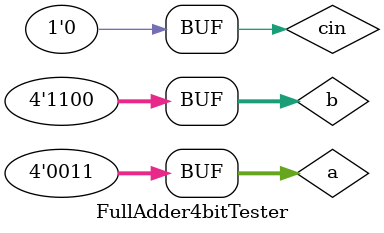
<source format=v>


`timescale 1ns/100ps

module FullAdder4bitTester;
  
  // Define a parameter so that the adder can be any size:
  
  parameter SIZE = 4;
   
  // Declare all inputs as reg and outputs as wire:
  
  reg  [SIZE-1:0] a, b;
  reg  cin;
  
  wire [SIZE-1:0] s;
  wire cout;
  
  // Instantiate a FullAdder4bit:
  
  FullAdder4bit UUT (a,b,cin,s,cout);
    
  // Define a parameter to choose the appropriate simulation:
  
  parameter SIM_CHOICE = 1;
  
  // Create the testbench sequences:
  
  initial begin
    
    // Simulation #1:
    
    // Add the values a = 0011 and b = 1100 with cin = 0:
    // Result should be s = 1111, cout = 0.
    
    if (SIM_CHOICE == 1) begin
      
      a   <= 4'b0011;      
      b   <= 4'b1100;
      cin <= 0;
      
      // End testbench simulation.
      
      #50;
      
    end 

    // Simulation #2:
    
    // Add the values a = 0111 and b = 0000 with cin = 1:
    // Result should be s = 1000, cout = 0.
      
    else if (SIM_CHOICE == 2) begin
      
      a   <= 4'b0111;
      b   <= 4'b0000;
      cin <= 1;
    
      // End testbench simulation.
      
      #50;
      
    end
         
    // Simulation #3:
    
    // Add the values a = 1111 and b = 1111 with cin = 0:
    // Result should be s = 1110, cout = 1.
    
    else if (SIM_CHOICE == 3) begin
      
      a   <= 4'b1111;
      b   <= 4'b1111;
      cin <= 0;
      
      // End testbench simulation.
      
      #50;
      
    end
    
    // Simulation #4:
    
    // Add the values a = 0011 and b = 1100 with cin = 1:
    // Result should be s = 0000, cout = 1.
    // This will produce the WORST CASE circuit delay.
    
    else if (SIM_CHOICE == 4) begin
      
      a   <= 4'b0011;      
      b   <= 4'b1100;
      cin <= 1;
      
      // End testbench simulation.
      
      #50;
      
    end  
    
    else begin
      $display ("An invalid number was chosen for SIM_CHOICE.");      
    end
    
  end
    
endmodule
</source>
